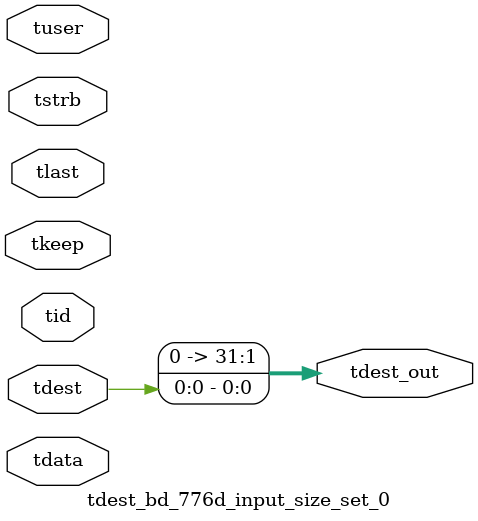
<source format=v>


`timescale 1ps/1ps

module tdest_bd_776d_input_size_set_0 #
(
parameter C_S_AXIS_TDATA_WIDTH = 32,
parameter C_S_AXIS_TUSER_WIDTH = 0,
parameter C_S_AXIS_TID_WIDTH   = 0,
parameter C_S_AXIS_TDEST_WIDTH = 0,
parameter C_M_AXIS_TDEST_WIDTH = 32
)
(
input  [(C_S_AXIS_TDATA_WIDTH == 0 ? 1 : C_S_AXIS_TDATA_WIDTH)-1:0     ] tdata,
input  [(C_S_AXIS_TUSER_WIDTH == 0 ? 1 : C_S_AXIS_TUSER_WIDTH)-1:0     ] tuser,
input  [(C_S_AXIS_TID_WIDTH   == 0 ? 1 : C_S_AXIS_TID_WIDTH)-1:0       ] tid,
input  [(C_S_AXIS_TDEST_WIDTH == 0 ? 1 : C_S_AXIS_TDEST_WIDTH)-1:0     ] tdest,
input  [(C_S_AXIS_TDATA_WIDTH/8)-1:0 ] tkeep,
input  [(C_S_AXIS_TDATA_WIDTH/8)-1:0 ] tstrb,
input                                                                    tlast,
output [C_M_AXIS_TDEST_WIDTH-1:0] tdest_out
);

assign tdest_out = {tdest[0:0]};

endmodule


</source>
